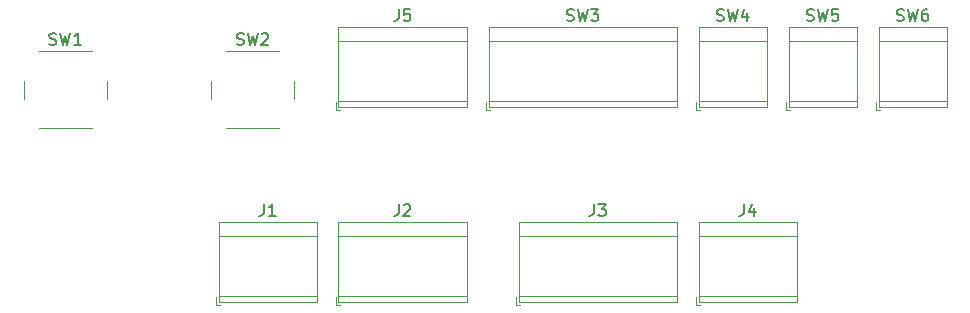
<source format=gbr>
%TF.GenerationSoftware,KiCad,Pcbnew,(6.0.2)*%
%TF.CreationDate,2022-02-21T21:29:37+01:00*%
%TF.ProjectId,tapa,74617061-2e6b-4696-9361-645f70636258,rev?*%
%TF.SameCoordinates,Original*%
%TF.FileFunction,Legend,Top*%
%TF.FilePolarity,Positive*%
%FSLAX46Y46*%
G04 Gerber Fmt 4.6, Leading zero omitted, Abs format (unit mm)*
G04 Created by KiCad (PCBNEW (6.0.2)) date 2022-02-21 21:29:37*
%MOMM*%
%LPD*%
G01*
G04 APERTURE LIST*
%ADD10C,0.150000*%
%ADD11C,0.120000*%
G04 APERTURE END LIST*
D10*
%TO.C,SW1*%
X72961666Y-60289761D02*
X73104523Y-60337380D01*
X73342619Y-60337380D01*
X73437857Y-60289761D01*
X73485476Y-60242142D01*
X73533095Y-60146904D01*
X73533095Y-60051666D01*
X73485476Y-59956428D01*
X73437857Y-59908809D01*
X73342619Y-59861190D01*
X73152142Y-59813571D01*
X73056904Y-59765952D01*
X73009285Y-59718333D01*
X72961666Y-59623095D01*
X72961666Y-59527857D01*
X73009285Y-59432619D01*
X73056904Y-59385000D01*
X73152142Y-59337380D01*
X73390238Y-59337380D01*
X73533095Y-59385000D01*
X73866428Y-59337380D02*
X74104523Y-60337380D01*
X74295000Y-59623095D01*
X74485476Y-60337380D01*
X74723571Y-59337380D01*
X75628333Y-60337380D02*
X75056904Y-60337380D01*
X75342619Y-60337380D02*
X75342619Y-59337380D01*
X75247380Y-59480238D01*
X75152142Y-59575476D01*
X75056904Y-59623095D01*
%TO.C,SW3*%
X116776666Y-58264761D02*
X116919523Y-58312380D01*
X117157619Y-58312380D01*
X117252857Y-58264761D01*
X117300476Y-58217142D01*
X117348095Y-58121904D01*
X117348095Y-58026666D01*
X117300476Y-57931428D01*
X117252857Y-57883809D01*
X117157619Y-57836190D01*
X116967142Y-57788571D01*
X116871904Y-57740952D01*
X116824285Y-57693333D01*
X116776666Y-57598095D01*
X116776666Y-57502857D01*
X116824285Y-57407619D01*
X116871904Y-57360000D01*
X116967142Y-57312380D01*
X117205238Y-57312380D01*
X117348095Y-57360000D01*
X117681428Y-57312380D02*
X117919523Y-58312380D01*
X118110000Y-57598095D01*
X118300476Y-58312380D01*
X118538571Y-57312380D01*
X118824285Y-57312380D02*
X119443333Y-57312380D01*
X119110000Y-57693333D01*
X119252857Y-57693333D01*
X119348095Y-57740952D01*
X119395714Y-57788571D01*
X119443333Y-57883809D01*
X119443333Y-58121904D01*
X119395714Y-58217142D01*
X119348095Y-58264761D01*
X119252857Y-58312380D01*
X118967142Y-58312380D01*
X118871904Y-58264761D01*
X118824285Y-58217142D01*
%TO.C,SW2*%
X88836666Y-60289761D02*
X88979523Y-60337380D01*
X89217619Y-60337380D01*
X89312857Y-60289761D01*
X89360476Y-60242142D01*
X89408095Y-60146904D01*
X89408095Y-60051666D01*
X89360476Y-59956428D01*
X89312857Y-59908809D01*
X89217619Y-59861190D01*
X89027142Y-59813571D01*
X88931904Y-59765952D01*
X88884285Y-59718333D01*
X88836666Y-59623095D01*
X88836666Y-59527857D01*
X88884285Y-59432619D01*
X88931904Y-59385000D01*
X89027142Y-59337380D01*
X89265238Y-59337380D01*
X89408095Y-59385000D01*
X89741428Y-59337380D02*
X89979523Y-60337380D01*
X90170000Y-59623095D01*
X90360476Y-60337380D01*
X90598571Y-59337380D01*
X90931904Y-59432619D02*
X90979523Y-59385000D01*
X91074761Y-59337380D01*
X91312857Y-59337380D01*
X91408095Y-59385000D01*
X91455714Y-59432619D01*
X91503333Y-59527857D01*
X91503333Y-59623095D01*
X91455714Y-59765952D01*
X90884285Y-60337380D01*
X91503333Y-60337380D01*
%TO.C,J4*%
X131746666Y-73822380D02*
X131746666Y-74536666D01*
X131699047Y-74679523D01*
X131603809Y-74774761D01*
X131460952Y-74822380D01*
X131365714Y-74822380D01*
X132651428Y-74155714D02*
X132651428Y-74822380D01*
X132413333Y-73774761D02*
X132175238Y-74489047D01*
X132794285Y-74489047D01*
%TO.C,J1*%
X91106666Y-73822380D02*
X91106666Y-74536666D01*
X91059047Y-74679523D01*
X90963809Y-74774761D01*
X90820952Y-74822380D01*
X90725714Y-74822380D01*
X92106666Y-74822380D02*
X91535238Y-74822380D01*
X91820952Y-74822380D02*
X91820952Y-73822380D01*
X91725714Y-73965238D01*
X91630476Y-74060476D01*
X91535238Y-74108095D01*
%TO.C,SW6*%
X144716666Y-58264761D02*
X144859523Y-58312380D01*
X145097619Y-58312380D01*
X145192857Y-58264761D01*
X145240476Y-58217142D01*
X145288095Y-58121904D01*
X145288095Y-58026666D01*
X145240476Y-57931428D01*
X145192857Y-57883809D01*
X145097619Y-57836190D01*
X144907142Y-57788571D01*
X144811904Y-57740952D01*
X144764285Y-57693333D01*
X144716666Y-57598095D01*
X144716666Y-57502857D01*
X144764285Y-57407619D01*
X144811904Y-57360000D01*
X144907142Y-57312380D01*
X145145238Y-57312380D01*
X145288095Y-57360000D01*
X145621428Y-57312380D02*
X145859523Y-58312380D01*
X146050000Y-57598095D01*
X146240476Y-58312380D01*
X146478571Y-57312380D01*
X147288095Y-57312380D02*
X147097619Y-57312380D01*
X147002380Y-57360000D01*
X146954761Y-57407619D01*
X146859523Y-57550476D01*
X146811904Y-57740952D01*
X146811904Y-58121904D01*
X146859523Y-58217142D01*
X146907142Y-58264761D01*
X147002380Y-58312380D01*
X147192857Y-58312380D01*
X147288095Y-58264761D01*
X147335714Y-58217142D01*
X147383333Y-58121904D01*
X147383333Y-57883809D01*
X147335714Y-57788571D01*
X147288095Y-57740952D01*
X147192857Y-57693333D01*
X147002380Y-57693333D01*
X146907142Y-57740952D01*
X146859523Y-57788571D01*
X146811904Y-57883809D01*
%TO.C,J5*%
X102531666Y-57312380D02*
X102531666Y-58026666D01*
X102484047Y-58169523D01*
X102388809Y-58264761D01*
X102245952Y-58312380D01*
X102150714Y-58312380D01*
X103484047Y-57312380D02*
X103007857Y-57312380D01*
X102960238Y-57788571D01*
X103007857Y-57740952D01*
X103103095Y-57693333D01*
X103341190Y-57693333D01*
X103436428Y-57740952D01*
X103484047Y-57788571D01*
X103531666Y-57883809D01*
X103531666Y-58121904D01*
X103484047Y-58217142D01*
X103436428Y-58264761D01*
X103341190Y-58312380D01*
X103103095Y-58312380D01*
X103007857Y-58264761D01*
X102960238Y-58217142D01*
%TO.C,SW4*%
X129476666Y-58264761D02*
X129619523Y-58312380D01*
X129857619Y-58312380D01*
X129952857Y-58264761D01*
X130000476Y-58217142D01*
X130048095Y-58121904D01*
X130048095Y-58026666D01*
X130000476Y-57931428D01*
X129952857Y-57883809D01*
X129857619Y-57836190D01*
X129667142Y-57788571D01*
X129571904Y-57740952D01*
X129524285Y-57693333D01*
X129476666Y-57598095D01*
X129476666Y-57502857D01*
X129524285Y-57407619D01*
X129571904Y-57360000D01*
X129667142Y-57312380D01*
X129905238Y-57312380D01*
X130048095Y-57360000D01*
X130381428Y-57312380D02*
X130619523Y-58312380D01*
X130810000Y-57598095D01*
X131000476Y-58312380D01*
X131238571Y-57312380D01*
X132048095Y-57645714D02*
X132048095Y-58312380D01*
X131810000Y-57264761D02*
X131571904Y-57979047D01*
X132190952Y-57979047D01*
%TO.C,SW5*%
X137096666Y-58264761D02*
X137239523Y-58312380D01*
X137477619Y-58312380D01*
X137572857Y-58264761D01*
X137620476Y-58217142D01*
X137668095Y-58121904D01*
X137668095Y-58026666D01*
X137620476Y-57931428D01*
X137572857Y-57883809D01*
X137477619Y-57836190D01*
X137287142Y-57788571D01*
X137191904Y-57740952D01*
X137144285Y-57693333D01*
X137096666Y-57598095D01*
X137096666Y-57502857D01*
X137144285Y-57407619D01*
X137191904Y-57360000D01*
X137287142Y-57312380D01*
X137525238Y-57312380D01*
X137668095Y-57360000D01*
X138001428Y-57312380D02*
X138239523Y-58312380D01*
X138430000Y-57598095D01*
X138620476Y-58312380D01*
X138858571Y-57312380D01*
X139715714Y-57312380D02*
X139239523Y-57312380D01*
X139191904Y-57788571D01*
X139239523Y-57740952D01*
X139334761Y-57693333D01*
X139572857Y-57693333D01*
X139668095Y-57740952D01*
X139715714Y-57788571D01*
X139763333Y-57883809D01*
X139763333Y-58121904D01*
X139715714Y-58217142D01*
X139668095Y-58264761D01*
X139572857Y-58312380D01*
X139334761Y-58312380D01*
X139239523Y-58264761D01*
X139191904Y-58217142D01*
%TO.C,J3*%
X119046666Y-73822380D02*
X119046666Y-74536666D01*
X118999047Y-74679523D01*
X118903809Y-74774761D01*
X118760952Y-74822380D01*
X118665714Y-74822380D01*
X119427619Y-73822380D02*
X120046666Y-73822380D01*
X119713333Y-74203333D01*
X119856190Y-74203333D01*
X119951428Y-74250952D01*
X119999047Y-74298571D01*
X120046666Y-74393809D01*
X120046666Y-74631904D01*
X119999047Y-74727142D01*
X119951428Y-74774761D01*
X119856190Y-74822380D01*
X119570476Y-74822380D01*
X119475238Y-74774761D01*
X119427619Y-74727142D01*
%TO.C,J2*%
X102531666Y-73822380D02*
X102531666Y-74536666D01*
X102484047Y-74679523D01*
X102388809Y-74774761D01*
X102245952Y-74822380D01*
X102150714Y-74822380D01*
X102960238Y-73917619D02*
X103007857Y-73870000D01*
X103103095Y-73822380D01*
X103341190Y-73822380D01*
X103436428Y-73870000D01*
X103484047Y-73917619D01*
X103531666Y-74012857D01*
X103531666Y-74108095D01*
X103484047Y-74250952D01*
X102912619Y-74822380D01*
X103531666Y-74822380D01*
D11*
%TO.C,SW1*%
X76545000Y-60885000D02*
X72045000Y-60885000D01*
X70795000Y-63385000D02*
X70795000Y-64885000D01*
X72045000Y-67385000D02*
X76545000Y-67385000D01*
X77795000Y-64885000D02*
X77795000Y-63385000D01*
%TO.C,SW3*%
X110140000Y-65600000D02*
X126080000Y-65600000D01*
X110140000Y-65080000D02*
X126080000Y-65080000D01*
X126080000Y-58860000D02*
X126080000Y-65600000D01*
X109900000Y-65840000D02*
X110300000Y-65840000D01*
X109900000Y-65200000D02*
X109900000Y-65840000D01*
X110140000Y-58860000D02*
X110140000Y-65600000D01*
X110140000Y-59980000D02*
X126080000Y-59980000D01*
X110140000Y-58860000D02*
X126080000Y-58860000D01*
%TO.C,SW2*%
X93670000Y-64885000D02*
X93670000Y-63385000D01*
X86670000Y-63385000D02*
X86670000Y-64885000D01*
X92420000Y-60885000D02*
X87920000Y-60885000D01*
X87920000Y-67385000D02*
X92420000Y-67385000D01*
%TO.C,J4*%
X127680000Y-82350000D02*
X128080000Y-82350000D01*
X127920000Y-76490000D02*
X136240000Y-76490000D01*
X127920000Y-82110000D02*
X136240000Y-82110000D01*
X127920000Y-81590000D02*
X136240000Y-81590000D01*
X127920000Y-75370000D02*
X136240000Y-75370000D01*
X136240000Y-75370000D02*
X136240000Y-82110000D01*
X127920000Y-75370000D02*
X127920000Y-82110000D01*
X127680000Y-81710000D02*
X127680000Y-82350000D01*
%TO.C,J1*%
X87040000Y-81710000D02*
X87040000Y-82350000D01*
X87280000Y-76490000D02*
X95600000Y-76490000D01*
X87040000Y-82350000D02*
X87440000Y-82350000D01*
X87280000Y-75370000D02*
X95600000Y-75370000D01*
X95600000Y-75370000D02*
X95600000Y-82110000D01*
X87280000Y-81590000D02*
X95600000Y-81590000D01*
X87280000Y-75370000D02*
X87280000Y-82110000D01*
X87280000Y-82110000D02*
X95600000Y-82110000D01*
%TO.C,SW6*%
X143160000Y-65600000D02*
X148940000Y-65600000D01*
X142920000Y-65840000D02*
X143320000Y-65840000D01*
X143160000Y-65080000D02*
X148940000Y-65080000D01*
X148940000Y-58860000D02*
X148940000Y-65600000D01*
X143160000Y-58860000D02*
X148940000Y-58860000D01*
X143160000Y-58860000D02*
X143160000Y-65600000D01*
X143160000Y-59980000D02*
X148940000Y-59980000D01*
X142920000Y-65200000D02*
X142920000Y-65840000D01*
%TO.C,J5*%
X97435000Y-58860000D02*
X108296000Y-58860000D01*
X97195000Y-65840000D02*
X97595000Y-65840000D01*
X108296000Y-58860000D02*
X108296000Y-65600000D01*
X97195000Y-65200000D02*
X97195000Y-65840000D01*
X97435000Y-59980000D02*
X108296000Y-59980000D01*
X97435000Y-58860000D02*
X97435000Y-65600000D01*
X97435000Y-65080000D02*
X108296000Y-65080000D01*
X97435000Y-65600000D02*
X108296000Y-65600000D01*
%TO.C,SW4*%
X127920000Y-59980000D02*
X133700000Y-59980000D01*
X133700000Y-58860000D02*
X133700000Y-65600000D01*
X127920000Y-58860000D02*
X133700000Y-58860000D01*
X127680000Y-65840000D02*
X128080000Y-65840000D01*
X127920000Y-65080000D02*
X133700000Y-65080000D01*
X127680000Y-65200000D02*
X127680000Y-65840000D01*
X127920000Y-65600000D02*
X133700000Y-65600000D01*
X127920000Y-58860000D02*
X127920000Y-65600000D01*
%TO.C,SW5*%
X135540000Y-65080000D02*
X141320000Y-65080000D01*
X135300000Y-65200000D02*
X135300000Y-65840000D01*
X135540000Y-65600000D02*
X141320000Y-65600000D01*
X135540000Y-58860000D02*
X141320000Y-58860000D01*
X135300000Y-65840000D02*
X135700000Y-65840000D01*
X141320000Y-58860000D02*
X141320000Y-65600000D01*
X135540000Y-59980000D02*
X141320000Y-59980000D01*
X135540000Y-58860000D02*
X135540000Y-65600000D01*
%TO.C,J3*%
X112440000Y-82350000D02*
X112840000Y-82350000D01*
X112680000Y-75370000D02*
X126080000Y-75370000D01*
X112680000Y-76490000D02*
X126080000Y-76490000D01*
X112680000Y-82110000D02*
X126080000Y-82110000D01*
X112440000Y-81710000D02*
X112440000Y-82350000D01*
X112680000Y-75370000D02*
X112680000Y-82110000D01*
X112680000Y-81590000D02*
X126080000Y-81590000D01*
X126080000Y-75370000D02*
X126080000Y-82110000D01*
%TO.C,J2*%
X97435000Y-75370000D02*
X97435000Y-82110000D01*
X97435000Y-75370000D02*
X108296000Y-75370000D01*
X97195000Y-82350000D02*
X97595000Y-82350000D01*
X97435000Y-76490000D02*
X108296000Y-76490000D01*
X97195000Y-81710000D02*
X97195000Y-82350000D01*
X97435000Y-82110000D02*
X108296000Y-82110000D01*
X108296000Y-75370000D02*
X108296000Y-82110000D01*
X97435000Y-81590000D02*
X108296000Y-81590000D01*
%TD*%
M02*

</source>
